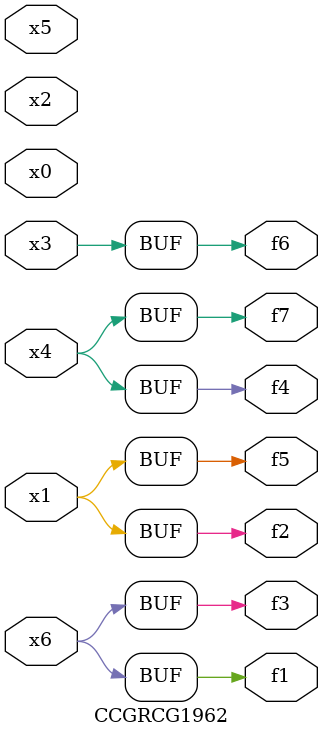
<source format=v>
module CCGRCG1962(
	input x0, x1, x2, x3, x4, x5, x6,
	output f1, f2, f3, f4, f5, f6, f7
);
	assign f1 = x6;
	assign f2 = x1;
	assign f3 = x6;
	assign f4 = x4;
	assign f5 = x1;
	assign f6 = x3;
	assign f7 = x4;
endmodule

</source>
